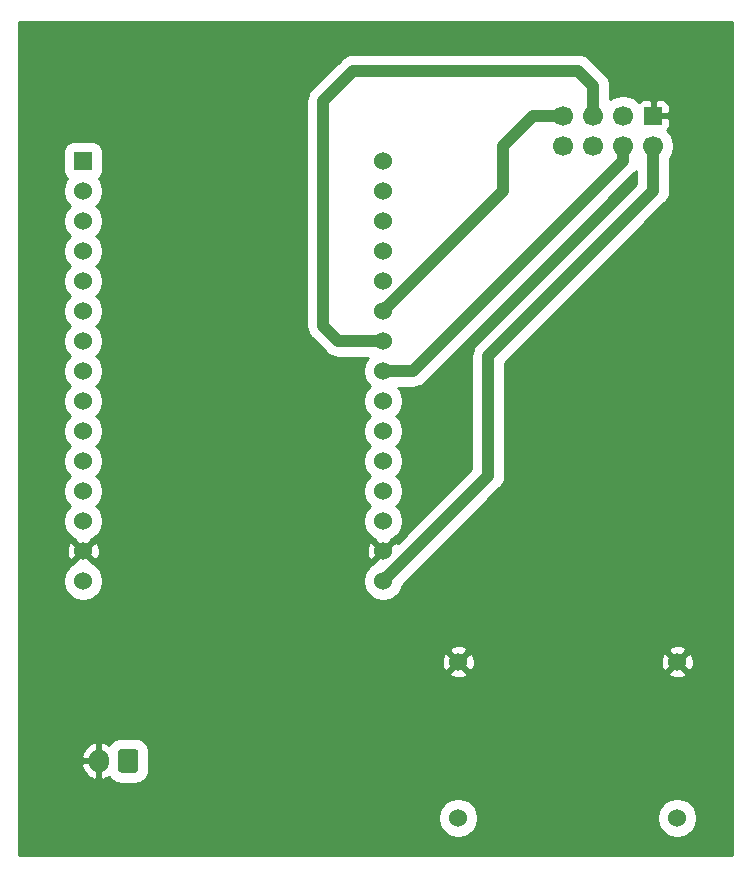
<source format=gbr>
%TF.GenerationSoftware,KiCad,Pcbnew,(5.1.10)-1*%
%TF.CreationDate,2022-04-03T22:30:19-03:00*%
%TF.ProjectId,ESP32_nFR24L01,45535033-325f-46e4-9652-32344c30312e,rev?*%
%TF.SameCoordinates,Original*%
%TF.FileFunction,Copper,L1,Top*%
%TF.FilePolarity,Positive*%
%FSLAX46Y46*%
G04 Gerber Fmt 4.6, Leading zero omitted, Abs format (unit mm)*
G04 Created by KiCad (PCBNEW (5.1.10)-1) date 2022-04-03 22:30:19*
%MOMM*%
%LPD*%
G01*
G04 APERTURE LIST*
%TA.AperFunction,ComponentPad*%
%ADD10O,1.700000X2.000000*%
%TD*%
%TA.AperFunction,ComponentPad*%
%ADD11C,1.524000*%
%TD*%
%TA.AperFunction,ComponentPad*%
%ADD12C,1.700000*%
%TD*%
%TA.AperFunction,ComponentPad*%
%ADD13R,1.524000X1.524000*%
%TD*%
%TA.AperFunction,Conductor*%
%ADD14C,1.000000*%
%TD*%
%TA.AperFunction,Conductor*%
%ADD15C,0.254000*%
%TD*%
%TA.AperFunction,Conductor*%
%ADD16C,0.100000*%
%TD*%
G04 APERTURE END LIST*
D10*
%TO.P,J1,2*%
%TO.N,GND*%
X121960000Y-121920000D03*
%TO.P,J1,1*%
%TO.N,12V*%
%TA.AperFunction,ComponentPad*%
G36*
G01*
X125310000Y-121170000D02*
X125310000Y-122670000D01*
G75*
G02*
X125060000Y-122920000I-250000J0D01*
G01*
X123860000Y-122920000D01*
G75*
G02*
X123610000Y-122670000I0J250000D01*
G01*
X123610000Y-121170000D01*
G75*
G02*
X123860000Y-120920000I250000J0D01*
G01*
X125060000Y-120920000D01*
G75*
G02*
X125310000Y-121170000I0J-250000D01*
G01*
G37*
%TD.AperFunction*%
%TD*%
D11*
%TO.P,U3,1*%
%TO.N,12V*%
X152400000Y-126746000D03*
%TO.P,U3,3*%
%TO.N,5V*%
X170942000Y-126746000D03*
%TO.P,U3,2*%
%TO.N,GND*%
X152400000Y-113538000D03*
%TO.P,U3,4*%
X170942000Y-113538000D03*
%TD*%
D12*
%TO.P,U2,8*%
%TO.N,Net-(U2-Pad8)*%
X161290000Y-69850000D03*
%TO.P,U2,7*%
%TO.N,MISO*%
X161290000Y-67310000D03*
%TO.P,U2,6*%
%TO.N,MOSI*%
X163830000Y-69850000D03*
%TO.P,U2,5*%
%TO.N,SCK*%
X163830000Y-67310000D03*
%TO.P,U2,4*%
%TO.N,CSN*%
X166370000Y-69850000D03*
%TO.P,U2,3*%
%TO.N,CE*%
X166370000Y-67310000D03*
%TO.P,U2,2*%
%TO.N,3v3*%
X168910000Y-69850000D03*
D13*
%TO.P,U2,1*%
%TO.N,GND*%
X168910000Y-67310000D03*
%TD*%
%TO.P,U1,1*%
%TO.N,Net-(U1-Pad1)*%
X120650000Y-71120000D03*
D11*
%TO.P,U1,2*%
%TO.N,Net-(U1-Pad2)*%
X120650000Y-73660000D03*
%TO.P,U1,3*%
%TO.N,Net-(U1-Pad3)*%
X120650000Y-76200000D03*
%TO.P,U1,4*%
%TO.N,Net-(U1-Pad4)*%
X120650000Y-78740000D03*
%TO.P,U1,5*%
%TO.N,Net-(U1-Pad5)*%
X120650000Y-81280000D03*
%TO.P,U1,6*%
%TO.N,Net-(U1-Pad6)*%
X120650000Y-83820000D03*
%TO.P,U1,7*%
%TO.N,Net-(U1-Pad7)*%
X120650000Y-86360000D03*
%TO.P,U1,8*%
%TO.N,Net-(U1-Pad8)*%
X120650000Y-88900000D03*
%TO.P,U1,9*%
%TO.N,Net-(U1-Pad9)*%
X120650000Y-91440000D03*
%TO.P,U1,10*%
%TO.N,Net-(U1-Pad10)*%
X120650000Y-93980000D03*
%TO.P,U1,11*%
%TO.N,Net-(U1-Pad11)*%
X120650000Y-96520000D03*
%TO.P,U1,12*%
%TO.N,Net-(U1-Pad12)*%
X120650000Y-99060000D03*
%TO.P,U1,13*%
%TO.N,Net-(U1-Pad13)*%
X120650000Y-101600000D03*
%TO.P,U1,14*%
%TO.N,GND*%
X120650000Y-104140000D03*
%TO.P,U1,15*%
%TO.N,5V*%
X120650000Y-106680000D03*
%TO.P,U1,16*%
%TO.N,3v3*%
X146050000Y-106680000D03*
%TO.P,U1,17*%
%TO.N,GND*%
X146050000Y-104140000D03*
%TO.P,U1,18*%
%TO.N,Net-(U1-Pad18)*%
X146050000Y-101600000D03*
%TO.P,U1,19*%
%TO.N,Net-(U1-Pad19)*%
X146050000Y-99060000D03*
%TO.P,U1,20*%
%TO.N,CE*%
X146050000Y-96520000D03*
%TO.P,U1,21*%
%TO.N,Net-(U1-Pad21)*%
X146050000Y-93980000D03*
%TO.P,U1,22*%
%TO.N,Net-(U1-Pad22)*%
X146050000Y-91440000D03*
%TO.P,U1,23*%
%TO.N,CSN*%
X146050000Y-88900000D03*
%TO.P,U1,24*%
%TO.N,SCK*%
X146050000Y-86360000D03*
%TO.P,U1,25*%
%TO.N,MISO*%
X146050000Y-83820000D03*
%TO.P,U1,26*%
%TO.N,Net-(U1-Pad26)*%
X146050000Y-81280000D03*
%TO.P,U1,27*%
%TO.N,Net-(U1-Pad27)*%
X146050000Y-78740000D03*
%TO.P,U1,28*%
%TO.N,Net-(U1-Pad28)*%
X146050000Y-76200000D03*
%TO.P,U1,29*%
%TO.N,Net-(U1-Pad29)*%
X146050000Y-73660000D03*
%TO.P,U1,30*%
%TO.N,MOSI*%
X146050000Y-71120000D03*
%TD*%
D14*
%TO.N,CSN*%
X146050000Y-88900000D02*
X148590000Y-88900000D01*
X166370000Y-71120000D02*
X166370000Y-69850000D01*
X148590000Y-88900000D02*
X166370000Y-71120000D01*
%TO.N,3v3*%
X146050000Y-106680000D02*
X154940000Y-97790000D01*
X154940000Y-97790000D02*
X154940000Y-87630000D01*
X168910000Y-73660000D02*
X168910000Y-69850000D01*
X154940000Y-87630000D02*
X168910000Y-73660000D01*
%TO.N,MISO*%
X146050000Y-83820000D02*
X156210000Y-73660000D01*
X156210000Y-73660000D02*
X156210000Y-69850000D01*
X158750000Y-67310000D02*
X161290000Y-67310000D01*
X156210000Y-69850000D02*
X158750000Y-67310000D01*
%TO.N,SCK*%
X146050000Y-86360000D02*
X142240000Y-86360000D01*
X142240000Y-86360000D02*
X140970000Y-85090000D01*
X140970000Y-85090000D02*
X140970000Y-66040000D01*
X140970000Y-66040000D02*
X143510000Y-63500000D01*
X143510000Y-63500000D02*
X162560000Y-63500000D01*
X163830000Y-64770000D02*
X163830000Y-67310000D01*
X162560000Y-63500000D02*
X163830000Y-64770000D01*
%TD*%
D15*
%TO.N,GND*%
X175578001Y-129858000D02*
X115252000Y-129858000D01*
X115252000Y-126579648D01*
X150711000Y-126579648D01*
X150711000Y-126912352D01*
X150775908Y-127238663D01*
X150903228Y-127546041D01*
X151088068Y-127822675D01*
X151323325Y-128057932D01*
X151599959Y-128242772D01*
X151907337Y-128370092D01*
X152233648Y-128435000D01*
X152566352Y-128435000D01*
X152892663Y-128370092D01*
X153200041Y-128242772D01*
X153476675Y-128057932D01*
X153711932Y-127822675D01*
X153896772Y-127546041D01*
X154024092Y-127238663D01*
X154089000Y-126912352D01*
X154089000Y-126579648D01*
X169253000Y-126579648D01*
X169253000Y-126912352D01*
X169317908Y-127238663D01*
X169445228Y-127546041D01*
X169630068Y-127822675D01*
X169865325Y-128057932D01*
X170141959Y-128242772D01*
X170449337Y-128370092D01*
X170775648Y-128435000D01*
X171108352Y-128435000D01*
X171434663Y-128370092D01*
X171742041Y-128242772D01*
X172018675Y-128057932D01*
X172253932Y-127822675D01*
X172438772Y-127546041D01*
X172566092Y-127238663D01*
X172631000Y-126912352D01*
X172631000Y-126579648D01*
X172566092Y-126253337D01*
X172438772Y-125945959D01*
X172253932Y-125669325D01*
X172018675Y-125434068D01*
X171742041Y-125249228D01*
X171434663Y-125121908D01*
X171108352Y-125057000D01*
X170775648Y-125057000D01*
X170449337Y-125121908D01*
X170141959Y-125249228D01*
X169865325Y-125434068D01*
X169630068Y-125669325D01*
X169445228Y-125945959D01*
X169317908Y-126253337D01*
X169253000Y-126579648D01*
X154089000Y-126579648D01*
X154024092Y-126253337D01*
X153896772Y-125945959D01*
X153711932Y-125669325D01*
X153476675Y-125434068D01*
X153200041Y-125249228D01*
X152892663Y-125121908D01*
X152566352Y-125057000D01*
X152233648Y-125057000D01*
X151907337Y-125121908D01*
X151599959Y-125249228D01*
X151323325Y-125434068D01*
X151088068Y-125669325D01*
X150903228Y-125945959D01*
X150775908Y-126253337D01*
X150711000Y-126579648D01*
X115252000Y-126579648D01*
X115252000Y-122279742D01*
X120488715Y-122279742D01*
X120557904Y-122562745D01*
X120680975Y-122826812D01*
X120853198Y-123061795D01*
X121067954Y-123258664D01*
X121316991Y-123409854D01*
X121590739Y-123509554D01*
X121603110Y-123511476D01*
X121833000Y-123390155D01*
X121833000Y-122047000D01*
X120632768Y-122047000D01*
X120488715Y-122279742D01*
X115252000Y-122279742D01*
X115252000Y-121560258D01*
X120488715Y-121560258D01*
X120632768Y-121793000D01*
X121833000Y-121793000D01*
X121833000Y-120449845D01*
X122087000Y-120449845D01*
X122087000Y-121793000D01*
X122107000Y-121793000D01*
X122107000Y-122047000D01*
X122087000Y-122047000D01*
X122087000Y-123390155D01*
X122316890Y-123511476D01*
X122329261Y-123509554D01*
X122603009Y-123409854D01*
X122844028Y-123263532D01*
X122877631Y-123326398D01*
X123024564Y-123505436D01*
X123203602Y-123652369D01*
X123407865Y-123761550D01*
X123629504Y-123828783D01*
X123860000Y-123851485D01*
X125060000Y-123851485D01*
X125290496Y-123828783D01*
X125512135Y-123761550D01*
X125716398Y-123652369D01*
X125895436Y-123505436D01*
X126042369Y-123326398D01*
X126151550Y-123122135D01*
X126218783Y-122900496D01*
X126241485Y-122670000D01*
X126241485Y-121170000D01*
X126218783Y-120939504D01*
X126151550Y-120717865D01*
X126042369Y-120513602D01*
X125895436Y-120334564D01*
X125716398Y-120187631D01*
X125512135Y-120078450D01*
X125290496Y-120011217D01*
X125060000Y-119988515D01*
X123860000Y-119988515D01*
X123629504Y-120011217D01*
X123407865Y-120078450D01*
X123203602Y-120187631D01*
X123024564Y-120334564D01*
X122877631Y-120513602D01*
X122844028Y-120576468D01*
X122603009Y-120430146D01*
X122329261Y-120330446D01*
X122316890Y-120328524D01*
X122087000Y-120449845D01*
X121833000Y-120449845D01*
X121603110Y-120328524D01*
X121590739Y-120330446D01*
X121316991Y-120430146D01*
X121067954Y-120581336D01*
X120853198Y-120778205D01*
X120680975Y-121013188D01*
X120557904Y-121277255D01*
X120488715Y-121560258D01*
X115252000Y-121560258D01*
X115252000Y-114503565D01*
X151614040Y-114503565D01*
X151681020Y-114743656D01*
X151930048Y-114860756D01*
X152197135Y-114927023D01*
X152472017Y-114939910D01*
X152744133Y-114898922D01*
X153003023Y-114805636D01*
X153118980Y-114743656D01*
X153185960Y-114503565D01*
X170156040Y-114503565D01*
X170223020Y-114743656D01*
X170472048Y-114860756D01*
X170739135Y-114927023D01*
X171014017Y-114939910D01*
X171286133Y-114898922D01*
X171545023Y-114805636D01*
X171660980Y-114743656D01*
X171727960Y-114503565D01*
X170942000Y-113717605D01*
X170156040Y-114503565D01*
X153185960Y-114503565D01*
X152400000Y-113717605D01*
X151614040Y-114503565D01*
X115252000Y-114503565D01*
X115252000Y-113610017D01*
X150998090Y-113610017D01*
X151039078Y-113882133D01*
X151132364Y-114141023D01*
X151194344Y-114256980D01*
X151434435Y-114323960D01*
X152220395Y-113538000D01*
X152579605Y-113538000D01*
X153365565Y-114323960D01*
X153605656Y-114256980D01*
X153722756Y-114007952D01*
X153789023Y-113740865D01*
X153795157Y-113610017D01*
X169540090Y-113610017D01*
X169581078Y-113882133D01*
X169674364Y-114141023D01*
X169736344Y-114256980D01*
X169976435Y-114323960D01*
X170762395Y-113538000D01*
X171121605Y-113538000D01*
X171907565Y-114323960D01*
X172147656Y-114256980D01*
X172264756Y-114007952D01*
X172331023Y-113740865D01*
X172343910Y-113465983D01*
X172302922Y-113193867D01*
X172209636Y-112934977D01*
X172147656Y-112819020D01*
X171907565Y-112752040D01*
X171121605Y-113538000D01*
X170762395Y-113538000D01*
X169976435Y-112752040D01*
X169736344Y-112819020D01*
X169619244Y-113068048D01*
X169552977Y-113335135D01*
X169540090Y-113610017D01*
X153795157Y-113610017D01*
X153801910Y-113465983D01*
X153760922Y-113193867D01*
X153667636Y-112934977D01*
X153605656Y-112819020D01*
X153365565Y-112752040D01*
X152579605Y-113538000D01*
X152220395Y-113538000D01*
X151434435Y-112752040D01*
X151194344Y-112819020D01*
X151077244Y-113068048D01*
X151010977Y-113335135D01*
X150998090Y-113610017D01*
X115252000Y-113610017D01*
X115252000Y-112572435D01*
X151614040Y-112572435D01*
X152400000Y-113358395D01*
X153185960Y-112572435D01*
X170156040Y-112572435D01*
X170942000Y-113358395D01*
X171727960Y-112572435D01*
X171660980Y-112332344D01*
X171411952Y-112215244D01*
X171144865Y-112148977D01*
X170869983Y-112136090D01*
X170597867Y-112177078D01*
X170338977Y-112270364D01*
X170223020Y-112332344D01*
X170156040Y-112572435D01*
X153185960Y-112572435D01*
X153118980Y-112332344D01*
X152869952Y-112215244D01*
X152602865Y-112148977D01*
X152327983Y-112136090D01*
X152055867Y-112177078D01*
X151796977Y-112270364D01*
X151681020Y-112332344D01*
X151614040Y-112572435D01*
X115252000Y-112572435D01*
X115252000Y-106513648D01*
X118961000Y-106513648D01*
X118961000Y-106846352D01*
X119025908Y-107172663D01*
X119153228Y-107480041D01*
X119338068Y-107756675D01*
X119573325Y-107991932D01*
X119849959Y-108176772D01*
X120157337Y-108304092D01*
X120483648Y-108369000D01*
X120816352Y-108369000D01*
X121142663Y-108304092D01*
X121450041Y-108176772D01*
X121726675Y-107991932D01*
X121961932Y-107756675D01*
X122146772Y-107480041D01*
X122274092Y-107172663D01*
X122339000Y-106846352D01*
X122339000Y-106513648D01*
X122274092Y-106187337D01*
X122146772Y-105879959D01*
X121961932Y-105603325D01*
X121726675Y-105368068D01*
X121450041Y-105183228D01*
X121417997Y-105169955D01*
X121435960Y-105105565D01*
X120650000Y-104319605D01*
X119864040Y-105105565D01*
X119882003Y-105169955D01*
X119849959Y-105183228D01*
X119573325Y-105368068D01*
X119338068Y-105603325D01*
X119153228Y-105879959D01*
X119025908Y-106187337D01*
X118961000Y-106513648D01*
X115252000Y-106513648D01*
X115252000Y-104212017D01*
X119248090Y-104212017D01*
X119289078Y-104484133D01*
X119382364Y-104743023D01*
X119444344Y-104858980D01*
X119684435Y-104925960D01*
X120470395Y-104140000D01*
X120829605Y-104140000D01*
X121615565Y-104925960D01*
X121855656Y-104858980D01*
X121972756Y-104609952D01*
X122039023Y-104342865D01*
X122045157Y-104212017D01*
X144648090Y-104212017D01*
X144689078Y-104484133D01*
X144782364Y-104743023D01*
X144844344Y-104858980D01*
X145084435Y-104925960D01*
X145870395Y-104140000D01*
X145084435Y-103354040D01*
X144844344Y-103421020D01*
X144727244Y-103670048D01*
X144660977Y-103937135D01*
X144648090Y-104212017D01*
X122045157Y-104212017D01*
X122051910Y-104067983D01*
X122010922Y-103795867D01*
X121917636Y-103536977D01*
X121855656Y-103421020D01*
X121615565Y-103354040D01*
X120829605Y-104140000D01*
X120470395Y-104140000D01*
X119684435Y-103354040D01*
X119444344Y-103421020D01*
X119327244Y-103670048D01*
X119260977Y-103937135D01*
X119248090Y-104212017D01*
X115252000Y-104212017D01*
X115252000Y-70358000D01*
X118956515Y-70358000D01*
X118956515Y-71882000D01*
X118974413Y-72063724D01*
X119027420Y-72238464D01*
X119113499Y-72399505D01*
X119229341Y-72540659D01*
X119317974Y-72613398D01*
X119153228Y-72859959D01*
X119025908Y-73167337D01*
X118961000Y-73493648D01*
X118961000Y-73826352D01*
X119025908Y-74152663D01*
X119153228Y-74460041D01*
X119338068Y-74736675D01*
X119531393Y-74930000D01*
X119338068Y-75123325D01*
X119153228Y-75399959D01*
X119025908Y-75707337D01*
X118961000Y-76033648D01*
X118961000Y-76366352D01*
X119025908Y-76692663D01*
X119153228Y-77000041D01*
X119338068Y-77276675D01*
X119531393Y-77470000D01*
X119338068Y-77663325D01*
X119153228Y-77939959D01*
X119025908Y-78247337D01*
X118961000Y-78573648D01*
X118961000Y-78906352D01*
X119025908Y-79232663D01*
X119153228Y-79540041D01*
X119338068Y-79816675D01*
X119531393Y-80010000D01*
X119338068Y-80203325D01*
X119153228Y-80479959D01*
X119025908Y-80787337D01*
X118961000Y-81113648D01*
X118961000Y-81446352D01*
X119025908Y-81772663D01*
X119153228Y-82080041D01*
X119338068Y-82356675D01*
X119531393Y-82550000D01*
X119338068Y-82743325D01*
X119153228Y-83019959D01*
X119025908Y-83327337D01*
X118961000Y-83653648D01*
X118961000Y-83986352D01*
X119025908Y-84312663D01*
X119153228Y-84620041D01*
X119338068Y-84896675D01*
X119531393Y-85090000D01*
X119338068Y-85283325D01*
X119153228Y-85559959D01*
X119025908Y-85867337D01*
X118961000Y-86193648D01*
X118961000Y-86526352D01*
X119025908Y-86852663D01*
X119153228Y-87160041D01*
X119338068Y-87436675D01*
X119531393Y-87630000D01*
X119338068Y-87823325D01*
X119153228Y-88099959D01*
X119025908Y-88407337D01*
X118961000Y-88733648D01*
X118961000Y-89066352D01*
X119025908Y-89392663D01*
X119153228Y-89700041D01*
X119338068Y-89976675D01*
X119531393Y-90170000D01*
X119338068Y-90363325D01*
X119153228Y-90639959D01*
X119025908Y-90947337D01*
X118961000Y-91273648D01*
X118961000Y-91606352D01*
X119025908Y-91932663D01*
X119153228Y-92240041D01*
X119338068Y-92516675D01*
X119531393Y-92710000D01*
X119338068Y-92903325D01*
X119153228Y-93179959D01*
X119025908Y-93487337D01*
X118961000Y-93813648D01*
X118961000Y-94146352D01*
X119025908Y-94472663D01*
X119153228Y-94780041D01*
X119338068Y-95056675D01*
X119531393Y-95250000D01*
X119338068Y-95443325D01*
X119153228Y-95719959D01*
X119025908Y-96027337D01*
X118961000Y-96353648D01*
X118961000Y-96686352D01*
X119025908Y-97012663D01*
X119153228Y-97320041D01*
X119338068Y-97596675D01*
X119531393Y-97790000D01*
X119338068Y-97983325D01*
X119153228Y-98259959D01*
X119025908Y-98567337D01*
X118961000Y-98893648D01*
X118961000Y-99226352D01*
X119025908Y-99552663D01*
X119153228Y-99860041D01*
X119338068Y-100136675D01*
X119531393Y-100330000D01*
X119338068Y-100523325D01*
X119153228Y-100799959D01*
X119025908Y-101107337D01*
X118961000Y-101433648D01*
X118961000Y-101766352D01*
X119025908Y-102092663D01*
X119153228Y-102400041D01*
X119338068Y-102676675D01*
X119573325Y-102911932D01*
X119849959Y-103096772D01*
X119882003Y-103110045D01*
X119864040Y-103174435D01*
X120650000Y-103960395D01*
X121435960Y-103174435D01*
X121417997Y-103110045D01*
X121450041Y-103096772D01*
X121726675Y-102911932D01*
X121961932Y-102676675D01*
X122146772Y-102400041D01*
X122274092Y-102092663D01*
X122339000Y-101766352D01*
X122339000Y-101433648D01*
X122274092Y-101107337D01*
X122146772Y-100799959D01*
X121961932Y-100523325D01*
X121768607Y-100330000D01*
X121961932Y-100136675D01*
X122146772Y-99860041D01*
X122274092Y-99552663D01*
X122339000Y-99226352D01*
X122339000Y-98893648D01*
X122274092Y-98567337D01*
X122146772Y-98259959D01*
X121961932Y-97983325D01*
X121768607Y-97790000D01*
X121961932Y-97596675D01*
X122146772Y-97320041D01*
X122274092Y-97012663D01*
X122339000Y-96686352D01*
X122339000Y-96353648D01*
X122274092Y-96027337D01*
X122146772Y-95719959D01*
X121961932Y-95443325D01*
X121768607Y-95250000D01*
X121961932Y-95056675D01*
X122146772Y-94780041D01*
X122274092Y-94472663D01*
X122339000Y-94146352D01*
X122339000Y-93813648D01*
X122274092Y-93487337D01*
X122146772Y-93179959D01*
X121961932Y-92903325D01*
X121768607Y-92710000D01*
X121961932Y-92516675D01*
X122146772Y-92240041D01*
X122274092Y-91932663D01*
X122339000Y-91606352D01*
X122339000Y-91273648D01*
X122274092Y-90947337D01*
X122146772Y-90639959D01*
X121961932Y-90363325D01*
X121768607Y-90170000D01*
X121961932Y-89976675D01*
X122146772Y-89700041D01*
X122274092Y-89392663D01*
X122339000Y-89066352D01*
X122339000Y-88733648D01*
X122274092Y-88407337D01*
X122146772Y-88099959D01*
X121961932Y-87823325D01*
X121768607Y-87630000D01*
X121961932Y-87436675D01*
X122146772Y-87160041D01*
X122274092Y-86852663D01*
X122339000Y-86526352D01*
X122339000Y-86193648D01*
X122274092Y-85867337D01*
X122146772Y-85559959D01*
X121961932Y-85283325D01*
X121768607Y-85090000D01*
X121961932Y-84896675D01*
X122146772Y-84620041D01*
X122274092Y-84312663D01*
X122339000Y-83986352D01*
X122339000Y-83653648D01*
X122274092Y-83327337D01*
X122146772Y-83019959D01*
X121961932Y-82743325D01*
X121768607Y-82550000D01*
X121961932Y-82356675D01*
X122146772Y-82080041D01*
X122274092Y-81772663D01*
X122339000Y-81446352D01*
X122339000Y-81113648D01*
X122274092Y-80787337D01*
X122146772Y-80479959D01*
X121961932Y-80203325D01*
X121768607Y-80010000D01*
X121961932Y-79816675D01*
X122146772Y-79540041D01*
X122274092Y-79232663D01*
X122339000Y-78906352D01*
X122339000Y-78573648D01*
X122274092Y-78247337D01*
X122146772Y-77939959D01*
X121961932Y-77663325D01*
X121768607Y-77470000D01*
X121961932Y-77276675D01*
X122146772Y-77000041D01*
X122274092Y-76692663D01*
X122339000Y-76366352D01*
X122339000Y-76033648D01*
X122274092Y-75707337D01*
X122146772Y-75399959D01*
X121961932Y-75123325D01*
X121768607Y-74930000D01*
X121961932Y-74736675D01*
X122146772Y-74460041D01*
X122274092Y-74152663D01*
X122339000Y-73826352D01*
X122339000Y-73493648D01*
X122274092Y-73167337D01*
X122146772Y-72859959D01*
X121982026Y-72613398D01*
X122070659Y-72540659D01*
X122186501Y-72399505D01*
X122272580Y-72238464D01*
X122325587Y-72063724D01*
X122343485Y-71882000D01*
X122343485Y-70358000D01*
X122325587Y-70176276D01*
X122272580Y-70001536D01*
X122186501Y-69840495D01*
X122070659Y-69699341D01*
X121929505Y-69583499D01*
X121768464Y-69497420D01*
X121593724Y-69444413D01*
X121412000Y-69426515D01*
X119888000Y-69426515D01*
X119706276Y-69444413D01*
X119531536Y-69497420D01*
X119370495Y-69583499D01*
X119229341Y-69699341D01*
X119113499Y-69840495D01*
X119027420Y-70001536D01*
X118974413Y-70176276D01*
X118956515Y-70358000D01*
X115252000Y-70358000D01*
X115252000Y-66040000D01*
X139536097Y-66040000D01*
X139543001Y-66110098D01*
X139543000Y-85019912D01*
X139536097Y-85090000D01*
X139543000Y-85160088D01*
X139543000Y-85160097D01*
X139563648Y-85369740D01*
X139645245Y-85638730D01*
X139777752Y-85886633D01*
X139777753Y-85886634D01*
X139911392Y-86049474D01*
X139911395Y-86049477D01*
X139956077Y-86103922D01*
X140010523Y-86148605D01*
X141181390Y-87319472D01*
X141226077Y-87373923D01*
X141443366Y-87552248D01*
X141691269Y-87684755D01*
X141960259Y-87766352D01*
X142169902Y-87787000D01*
X142169911Y-87787000D01*
X142239999Y-87793903D01*
X142310087Y-87787000D01*
X144774393Y-87787000D01*
X144738068Y-87823325D01*
X144553228Y-88099959D01*
X144425908Y-88407337D01*
X144361000Y-88733648D01*
X144361000Y-89066352D01*
X144425908Y-89392663D01*
X144553228Y-89700041D01*
X144738068Y-89976675D01*
X144931393Y-90170000D01*
X144738068Y-90363325D01*
X144553228Y-90639959D01*
X144425908Y-90947337D01*
X144361000Y-91273648D01*
X144361000Y-91606352D01*
X144425908Y-91932663D01*
X144553228Y-92240041D01*
X144738068Y-92516675D01*
X144931393Y-92710000D01*
X144738068Y-92903325D01*
X144553228Y-93179959D01*
X144425908Y-93487337D01*
X144361000Y-93813648D01*
X144361000Y-94146352D01*
X144425908Y-94472663D01*
X144553228Y-94780041D01*
X144738068Y-95056675D01*
X144931393Y-95250000D01*
X144738068Y-95443325D01*
X144553228Y-95719959D01*
X144425908Y-96027337D01*
X144361000Y-96353648D01*
X144361000Y-96686352D01*
X144425908Y-97012663D01*
X144553228Y-97320041D01*
X144738068Y-97596675D01*
X144931393Y-97790000D01*
X144738068Y-97983325D01*
X144553228Y-98259959D01*
X144425908Y-98567337D01*
X144361000Y-98893648D01*
X144361000Y-99226352D01*
X144425908Y-99552663D01*
X144553228Y-99860041D01*
X144738068Y-100136675D01*
X144931393Y-100330000D01*
X144738068Y-100523325D01*
X144553228Y-100799959D01*
X144425908Y-101107337D01*
X144361000Y-101433648D01*
X144361000Y-101766352D01*
X144425908Y-102092663D01*
X144553228Y-102400041D01*
X144738068Y-102676675D01*
X144973325Y-102911932D01*
X145249959Y-103096772D01*
X145282003Y-103110045D01*
X145264040Y-103174435D01*
X146050000Y-103960395D01*
X146835960Y-103174435D01*
X146817997Y-103110045D01*
X146850041Y-103096772D01*
X147126675Y-102911932D01*
X147361932Y-102676675D01*
X147546772Y-102400041D01*
X147674092Y-102092663D01*
X147739000Y-101766352D01*
X147739000Y-101433648D01*
X147674092Y-101107337D01*
X147546772Y-100799959D01*
X147361932Y-100523325D01*
X147168607Y-100330000D01*
X147361932Y-100136675D01*
X147546772Y-99860041D01*
X147674092Y-99552663D01*
X147739000Y-99226352D01*
X147739000Y-98893648D01*
X147674092Y-98567337D01*
X147546772Y-98259959D01*
X147361932Y-97983325D01*
X147168607Y-97790000D01*
X147361932Y-97596675D01*
X147546772Y-97320041D01*
X147674092Y-97012663D01*
X147739000Y-96686352D01*
X147739000Y-96353648D01*
X147674092Y-96027337D01*
X147546772Y-95719959D01*
X147361932Y-95443325D01*
X147168607Y-95250000D01*
X147361932Y-95056675D01*
X147546772Y-94780041D01*
X147674092Y-94472663D01*
X147739000Y-94146352D01*
X147739000Y-93813648D01*
X147674092Y-93487337D01*
X147546772Y-93179959D01*
X147361932Y-92903325D01*
X147168607Y-92710000D01*
X147361932Y-92516675D01*
X147546772Y-92240041D01*
X147674092Y-91932663D01*
X147739000Y-91606352D01*
X147739000Y-91273648D01*
X147674092Y-90947337D01*
X147546772Y-90639959D01*
X147361932Y-90363325D01*
X147325607Y-90327000D01*
X148519912Y-90327000D01*
X148590000Y-90333903D01*
X148660088Y-90327000D01*
X148660098Y-90327000D01*
X148869741Y-90306352D01*
X149138731Y-90224755D01*
X149386634Y-90092248D01*
X149603923Y-89913923D01*
X149648609Y-89859473D01*
X167329483Y-72178600D01*
X167383922Y-72133923D01*
X167428601Y-72079482D01*
X167428608Y-72079475D01*
X167483000Y-72013197D01*
X167483000Y-73068918D01*
X153980523Y-86571395D01*
X153926078Y-86616077D01*
X153881396Y-86670522D01*
X153881392Y-86670526D01*
X153747753Y-86833366D01*
X153615246Y-87081269D01*
X153533649Y-87350259D01*
X153506097Y-87630000D01*
X153513001Y-87700098D01*
X153513000Y-97198917D01*
X147267932Y-103443986D01*
X147255656Y-103421020D01*
X147015565Y-103354040D01*
X146229605Y-104140000D01*
X146243748Y-104154143D01*
X146064143Y-104333748D01*
X146050000Y-104319605D01*
X145264040Y-105105565D01*
X145282003Y-105169955D01*
X145249959Y-105183228D01*
X144973325Y-105368068D01*
X144738068Y-105603325D01*
X144553228Y-105879959D01*
X144425908Y-106187337D01*
X144361000Y-106513648D01*
X144361000Y-106846352D01*
X144425908Y-107172663D01*
X144553228Y-107480041D01*
X144738068Y-107756675D01*
X144973325Y-107991932D01*
X145249959Y-108176772D01*
X145557337Y-108304092D01*
X145883648Y-108369000D01*
X146216352Y-108369000D01*
X146542663Y-108304092D01*
X146850041Y-108176772D01*
X147126675Y-107991932D01*
X147361932Y-107756675D01*
X147546772Y-107480041D01*
X147674092Y-107172663D01*
X147698593Y-107049489D01*
X155899483Y-98848600D01*
X155953922Y-98803923D01*
X155998601Y-98749482D01*
X155998608Y-98749475D01*
X156132248Y-98586634D01*
X156264754Y-98338732D01*
X156264755Y-98338731D01*
X156346352Y-98069741D01*
X156367000Y-97860098D01*
X156367000Y-97860090D01*
X156373903Y-97790000D01*
X156367000Y-97719910D01*
X156367000Y-88221082D01*
X169869477Y-74718605D01*
X169923922Y-74673923D01*
X170102248Y-74456634D01*
X170234755Y-74208731D01*
X170316352Y-73939741D01*
X170337000Y-73730098D01*
X170337000Y-73730089D01*
X170343903Y-73660001D01*
X170337000Y-73589913D01*
X170337000Y-70912859D01*
X170484757Y-70691725D01*
X170618711Y-70368332D01*
X170687000Y-70025019D01*
X170687000Y-69674981D01*
X170618711Y-69331668D01*
X170484757Y-69008275D01*
X170290286Y-68717229D01*
X170108387Y-68535330D01*
X170123185Y-68523185D01*
X170202537Y-68426494D01*
X170261502Y-68316180D01*
X170297812Y-68196482D01*
X170310072Y-68072000D01*
X170307000Y-67595750D01*
X170148250Y-67437000D01*
X169037000Y-67437000D01*
X169037000Y-67457000D01*
X168783000Y-67457000D01*
X168783000Y-67437000D01*
X168763000Y-67437000D01*
X168763000Y-67183000D01*
X168783000Y-67183000D01*
X168783000Y-66071750D01*
X169037000Y-66071750D01*
X169037000Y-67183000D01*
X170148250Y-67183000D01*
X170307000Y-67024250D01*
X170310072Y-66548000D01*
X170297812Y-66423518D01*
X170261502Y-66303820D01*
X170202537Y-66193506D01*
X170123185Y-66096815D01*
X170026494Y-66017463D01*
X169916180Y-65958498D01*
X169796482Y-65922188D01*
X169672000Y-65909928D01*
X169195750Y-65913000D01*
X169037000Y-66071750D01*
X168783000Y-66071750D01*
X168624250Y-65913000D01*
X168148000Y-65909928D01*
X168023518Y-65922188D01*
X167903820Y-65958498D01*
X167793506Y-66017463D01*
X167696815Y-66096815D01*
X167684670Y-66111613D01*
X167502771Y-65929714D01*
X167211725Y-65735243D01*
X166888332Y-65601289D01*
X166545019Y-65533000D01*
X166194981Y-65533000D01*
X165851668Y-65601289D01*
X165528275Y-65735243D01*
X165257000Y-65916503D01*
X165257000Y-64840087D01*
X165263903Y-64769999D01*
X165257000Y-64699911D01*
X165257000Y-64699902D01*
X165236352Y-64490259D01*
X165154755Y-64221269D01*
X165022248Y-63973366D01*
X164843922Y-63756077D01*
X164789477Y-63711395D01*
X163618610Y-62540528D01*
X163573923Y-62486077D01*
X163356634Y-62307752D01*
X163108731Y-62175245D01*
X162839741Y-62093648D01*
X162630098Y-62073000D01*
X162630088Y-62073000D01*
X162560000Y-62066097D01*
X162489912Y-62073000D01*
X143580087Y-62073000D01*
X143509999Y-62066097D01*
X143439911Y-62073000D01*
X143439902Y-62073000D01*
X143230259Y-62093648D01*
X142961269Y-62175245D01*
X142713366Y-62307752D01*
X142496077Y-62486077D01*
X142451390Y-62540528D01*
X140010523Y-64981395D01*
X139956078Y-65026077D01*
X139911396Y-65080522D01*
X139911392Y-65080526D01*
X139777753Y-65243366D01*
X139645246Y-65491269D01*
X139563649Y-65760259D01*
X139536097Y-66040000D01*
X115252000Y-66040000D01*
X115252000Y-59372000D01*
X175578000Y-59372000D01*
X175578001Y-129858000D01*
%TA.AperFunction,Conductor*%
D16*
G36*
X175578001Y-129858000D02*
G01*
X115252000Y-129858000D01*
X115252000Y-126579648D01*
X150711000Y-126579648D01*
X150711000Y-126912352D01*
X150775908Y-127238663D01*
X150903228Y-127546041D01*
X151088068Y-127822675D01*
X151323325Y-128057932D01*
X151599959Y-128242772D01*
X151907337Y-128370092D01*
X152233648Y-128435000D01*
X152566352Y-128435000D01*
X152892663Y-128370092D01*
X153200041Y-128242772D01*
X153476675Y-128057932D01*
X153711932Y-127822675D01*
X153896772Y-127546041D01*
X154024092Y-127238663D01*
X154089000Y-126912352D01*
X154089000Y-126579648D01*
X169253000Y-126579648D01*
X169253000Y-126912352D01*
X169317908Y-127238663D01*
X169445228Y-127546041D01*
X169630068Y-127822675D01*
X169865325Y-128057932D01*
X170141959Y-128242772D01*
X170449337Y-128370092D01*
X170775648Y-128435000D01*
X171108352Y-128435000D01*
X171434663Y-128370092D01*
X171742041Y-128242772D01*
X172018675Y-128057932D01*
X172253932Y-127822675D01*
X172438772Y-127546041D01*
X172566092Y-127238663D01*
X172631000Y-126912352D01*
X172631000Y-126579648D01*
X172566092Y-126253337D01*
X172438772Y-125945959D01*
X172253932Y-125669325D01*
X172018675Y-125434068D01*
X171742041Y-125249228D01*
X171434663Y-125121908D01*
X171108352Y-125057000D01*
X170775648Y-125057000D01*
X170449337Y-125121908D01*
X170141959Y-125249228D01*
X169865325Y-125434068D01*
X169630068Y-125669325D01*
X169445228Y-125945959D01*
X169317908Y-126253337D01*
X169253000Y-126579648D01*
X154089000Y-126579648D01*
X154024092Y-126253337D01*
X153896772Y-125945959D01*
X153711932Y-125669325D01*
X153476675Y-125434068D01*
X153200041Y-125249228D01*
X152892663Y-125121908D01*
X152566352Y-125057000D01*
X152233648Y-125057000D01*
X151907337Y-125121908D01*
X151599959Y-125249228D01*
X151323325Y-125434068D01*
X151088068Y-125669325D01*
X150903228Y-125945959D01*
X150775908Y-126253337D01*
X150711000Y-126579648D01*
X115252000Y-126579648D01*
X115252000Y-122279742D01*
X120488715Y-122279742D01*
X120557904Y-122562745D01*
X120680975Y-122826812D01*
X120853198Y-123061795D01*
X121067954Y-123258664D01*
X121316991Y-123409854D01*
X121590739Y-123509554D01*
X121603110Y-123511476D01*
X121833000Y-123390155D01*
X121833000Y-122047000D01*
X120632768Y-122047000D01*
X120488715Y-122279742D01*
X115252000Y-122279742D01*
X115252000Y-121560258D01*
X120488715Y-121560258D01*
X120632768Y-121793000D01*
X121833000Y-121793000D01*
X121833000Y-120449845D01*
X122087000Y-120449845D01*
X122087000Y-121793000D01*
X122107000Y-121793000D01*
X122107000Y-122047000D01*
X122087000Y-122047000D01*
X122087000Y-123390155D01*
X122316890Y-123511476D01*
X122329261Y-123509554D01*
X122603009Y-123409854D01*
X122844028Y-123263532D01*
X122877631Y-123326398D01*
X123024564Y-123505436D01*
X123203602Y-123652369D01*
X123407865Y-123761550D01*
X123629504Y-123828783D01*
X123860000Y-123851485D01*
X125060000Y-123851485D01*
X125290496Y-123828783D01*
X125512135Y-123761550D01*
X125716398Y-123652369D01*
X125895436Y-123505436D01*
X126042369Y-123326398D01*
X126151550Y-123122135D01*
X126218783Y-122900496D01*
X126241485Y-122670000D01*
X126241485Y-121170000D01*
X126218783Y-120939504D01*
X126151550Y-120717865D01*
X126042369Y-120513602D01*
X125895436Y-120334564D01*
X125716398Y-120187631D01*
X125512135Y-120078450D01*
X125290496Y-120011217D01*
X125060000Y-119988515D01*
X123860000Y-119988515D01*
X123629504Y-120011217D01*
X123407865Y-120078450D01*
X123203602Y-120187631D01*
X123024564Y-120334564D01*
X122877631Y-120513602D01*
X122844028Y-120576468D01*
X122603009Y-120430146D01*
X122329261Y-120330446D01*
X122316890Y-120328524D01*
X122087000Y-120449845D01*
X121833000Y-120449845D01*
X121603110Y-120328524D01*
X121590739Y-120330446D01*
X121316991Y-120430146D01*
X121067954Y-120581336D01*
X120853198Y-120778205D01*
X120680975Y-121013188D01*
X120557904Y-121277255D01*
X120488715Y-121560258D01*
X115252000Y-121560258D01*
X115252000Y-114503565D01*
X151614040Y-114503565D01*
X151681020Y-114743656D01*
X151930048Y-114860756D01*
X152197135Y-114927023D01*
X152472017Y-114939910D01*
X152744133Y-114898922D01*
X153003023Y-114805636D01*
X153118980Y-114743656D01*
X153185960Y-114503565D01*
X170156040Y-114503565D01*
X170223020Y-114743656D01*
X170472048Y-114860756D01*
X170739135Y-114927023D01*
X171014017Y-114939910D01*
X171286133Y-114898922D01*
X171545023Y-114805636D01*
X171660980Y-114743656D01*
X171727960Y-114503565D01*
X170942000Y-113717605D01*
X170156040Y-114503565D01*
X153185960Y-114503565D01*
X152400000Y-113717605D01*
X151614040Y-114503565D01*
X115252000Y-114503565D01*
X115252000Y-113610017D01*
X150998090Y-113610017D01*
X151039078Y-113882133D01*
X151132364Y-114141023D01*
X151194344Y-114256980D01*
X151434435Y-114323960D01*
X152220395Y-113538000D01*
X152579605Y-113538000D01*
X153365565Y-114323960D01*
X153605656Y-114256980D01*
X153722756Y-114007952D01*
X153789023Y-113740865D01*
X153795157Y-113610017D01*
X169540090Y-113610017D01*
X169581078Y-113882133D01*
X169674364Y-114141023D01*
X169736344Y-114256980D01*
X169976435Y-114323960D01*
X170762395Y-113538000D01*
X171121605Y-113538000D01*
X171907565Y-114323960D01*
X172147656Y-114256980D01*
X172264756Y-114007952D01*
X172331023Y-113740865D01*
X172343910Y-113465983D01*
X172302922Y-113193867D01*
X172209636Y-112934977D01*
X172147656Y-112819020D01*
X171907565Y-112752040D01*
X171121605Y-113538000D01*
X170762395Y-113538000D01*
X169976435Y-112752040D01*
X169736344Y-112819020D01*
X169619244Y-113068048D01*
X169552977Y-113335135D01*
X169540090Y-113610017D01*
X153795157Y-113610017D01*
X153801910Y-113465983D01*
X153760922Y-113193867D01*
X153667636Y-112934977D01*
X153605656Y-112819020D01*
X153365565Y-112752040D01*
X152579605Y-113538000D01*
X152220395Y-113538000D01*
X151434435Y-112752040D01*
X151194344Y-112819020D01*
X151077244Y-113068048D01*
X151010977Y-113335135D01*
X150998090Y-113610017D01*
X115252000Y-113610017D01*
X115252000Y-112572435D01*
X151614040Y-112572435D01*
X152400000Y-113358395D01*
X153185960Y-112572435D01*
X170156040Y-112572435D01*
X170942000Y-113358395D01*
X171727960Y-112572435D01*
X171660980Y-112332344D01*
X171411952Y-112215244D01*
X171144865Y-112148977D01*
X170869983Y-112136090D01*
X170597867Y-112177078D01*
X170338977Y-112270364D01*
X170223020Y-112332344D01*
X170156040Y-112572435D01*
X153185960Y-112572435D01*
X153118980Y-112332344D01*
X152869952Y-112215244D01*
X152602865Y-112148977D01*
X152327983Y-112136090D01*
X152055867Y-112177078D01*
X151796977Y-112270364D01*
X151681020Y-112332344D01*
X151614040Y-112572435D01*
X115252000Y-112572435D01*
X115252000Y-106513648D01*
X118961000Y-106513648D01*
X118961000Y-106846352D01*
X119025908Y-107172663D01*
X119153228Y-107480041D01*
X119338068Y-107756675D01*
X119573325Y-107991932D01*
X119849959Y-108176772D01*
X120157337Y-108304092D01*
X120483648Y-108369000D01*
X120816352Y-108369000D01*
X121142663Y-108304092D01*
X121450041Y-108176772D01*
X121726675Y-107991932D01*
X121961932Y-107756675D01*
X122146772Y-107480041D01*
X122274092Y-107172663D01*
X122339000Y-106846352D01*
X122339000Y-106513648D01*
X122274092Y-106187337D01*
X122146772Y-105879959D01*
X121961932Y-105603325D01*
X121726675Y-105368068D01*
X121450041Y-105183228D01*
X121417997Y-105169955D01*
X121435960Y-105105565D01*
X120650000Y-104319605D01*
X119864040Y-105105565D01*
X119882003Y-105169955D01*
X119849959Y-105183228D01*
X119573325Y-105368068D01*
X119338068Y-105603325D01*
X119153228Y-105879959D01*
X119025908Y-106187337D01*
X118961000Y-106513648D01*
X115252000Y-106513648D01*
X115252000Y-104212017D01*
X119248090Y-104212017D01*
X119289078Y-104484133D01*
X119382364Y-104743023D01*
X119444344Y-104858980D01*
X119684435Y-104925960D01*
X120470395Y-104140000D01*
X120829605Y-104140000D01*
X121615565Y-104925960D01*
X121855656Y-104858980D01*
X121972756Y-104609952D01*
X122039023Y-104342865D01*
X122045157Y-104212017D01*
X144648090Y-104212017D01*
X144689078Y-104484133D01*
X144782364Y-104743023D01*
X144844344Y-104858980D01*
X145084435Y-104925960D01*
X145870395Y-104140000D01*
X145084435Y-103354040D01*
X144844344Y-103421020D01*
X144727244Y-103670048D01*
X144660977Y-103937135D01*
X144648090Y-104212017D01*
X122045157Y-104212017D01*
X122051910Y-104067983D01*
X122010922Y-103795867D01*
X121917636Y-103536977D01*
X121855656Y-103421020D01*
X121615565Y-103354040D01*
X120829605Y-104140000D01*
X120470395Y-104140000D01*
X119684435Y-103354040D01*
X119444344Y-103421020D01*
X119327244Y-103670048D01*
X119260977Y-103937135D01*
X119248090Y-104212017D01*
X115252000Y-104212017D01*
X115252000Y-70358000D01*
X118956515Y-70358000D01*
X118956515Y-71882000D01*
X118974413Y-72063724D01*
X119027420Y-72238464D01*
X119113499Y-72399505D01*
X119229341Y-72540659D01*
X119317974Y-72613398D01*
X119153228Y-72859959D01*
X119025908Y-73167337D01*
X118961000Y-73493648D01*
X118961000Y-73826352D01*
X119025908Y-74152663D01*
X119153228Y-74460041D01*
X119338068Y-74736675D01*
X119531393Y-74930000D01*
X119338068Y-75123325D01*
X119153228Y-75399959D01*
X119025908Y-75707337D01*
X118961000Y-76033648D01*
X118961000Y-76366352D01*
X119025908Y-76692663D01*
X119153228Y-77000041D01*
X119338068Y-77276675D01*
X119531393Y-77470000D01*
X119338068Y-77663325D01*
X119153228Y-77939959D01*
X119025908Y-78247337D01*
X118961000Y-78573648D01*
X118961000Y-78906352D01*
X119025908Y-79232663D01*
X119153228Y-79540041D01*
X119338068Y-79816675D01*
X119531393Y-80010000D01*
X119338068Y-80203325D01*
X119153228Y-80479959D01*
X119025908Y-80787337D01*
X118961000Y-81113648D01*
X118961000Y-81446352D01*
X119025908Y-81772663D01*
X119153228Y-82080041D01*
X119338068Y-82356675D01*
X119531393Y-82550000D01*
X119338068Y-82743325D01*
X119153228Y-83019959D01*
X119025908Y-83327337D01*
X118961000Y-83653648D01*
X118961000Y-83986352D01*
X119025908Y-84312663D01*
X119153228Y-84620041D01*
X119338068Y-84896675D01*
X119531393Y-85090000D01*
X119338068Y-85283325D01*
X119153228Y-85559959D01*
X119025908Y-85867337D01*
X118961000Y-86193648D01*
X118961000Y-86526352D01*
X119025908Y-86852663D01*
X119153228Y-87160041D01*
X119338068Y-87436675D01*
X119531393Y-87630000D01*
X119338068Y-87823325D01*
X119153228Y-88099959D01*
X119025908Y-88407337D01*
X118961000Y-88733648D01*
X118961000Y-89066352D01*
X119025908Y-89392663D01*
X119153228Y-89700041D01*
X119338068Y-89976675D01*
X119531393Y-90170000D01*
X119338068Y-90363325D01*
X119153228Y-90639959D01*
X119025908Y-90947337D01*
X118961000Y-91273648D01*
X118961000Y-91606352D01*
X119025908Y-91932663D01*
X119153228Y-92240041D01*
X119338068Y-92516675D01*
X119531393Y-92710000D01*
X119338068Y-92903325D01*
X119153228Y-93179959D01*
X119025908Y-93487337D01*
X118961000Y-93813648D01*
X118961000Y-94146352D01*
X119025908Y-94472663D01*
X119153228Y-94780041D01*
X119338068Y-95056675D01*
X119531393Y-95250000D01*
X119338068Y-95443325D01*
X119153228Y-95719959D01*
X119025908Y-96027337D01*
X118961000Y-96353648D01*
X118961000Y-96686352D01*
X119025908Y-97012663D01*
X119153228Y-97320041D01*
X119338068Y-97596675D01*
X119531393Y-97790000D01*
X119338068Y-97983325D01*
X119153228Y-98259959D01*
X119025908Y-98567337D01*
X118961000Y-98893648D01*
X118961000Y-99226352D01*
X119025908Y-99552663D01*
X119153228Y-99860041D01*
X119338068Y-100136675D01*
X119531393Y-100330000D01*
X119338068Y-100523325D01*
X119153228Y-100799959D01*
X119025908Y-101107337D01*
X118961000Y-101433648D01*
X118961000Y-101766352D01*
X119025908Y-102092663D01*
X119153228Y-102400041D01*
X119338068Y-102676675D01*
X119573325Y-102911932D01*
X119849959Y-103096772D01*
X119882003Y-103110045D01*
X119864040Y-103174435D01*
X120650000Y-103960395D01*
X121435960Y-103174435D01*
X121417997Y-103110045D01*
X121450041Y-103096772D01*
X121726675Y-102911932D01*
X121961932Y-102676675D01*
X122146772Y-102400041D01*
X122274092Y-102092663D01*
X122339000Y-101766352D01*
X122339000Y-101433648D01*
X122274092Y-101107337D01*
X122146772Y-100799959D01*
X121961932Y-100523325D01*
X121768607Y-100330000D01*
X121961932Y-100136675D01*
X122146772Y-99860041D01*
X122274092Y-99552663D01*
X122339000Y-99226352D01*
X122339000Y-98893648D01*
X122274092Y-98567337D01*
X122146772Y-98259959D01*
X121961932Y-97983325D01*
X121768607Y-97790000D01*
X121961932Y-97596675D01*
X122146772Y-97320041D01*
X122274092Y-97012663D01*
X122339000Y-96686352D01*
X122339000Y-96353648D01*
X122274092Y-96027337D01*
X122146772Y-95719959D01*
X121961932Y-95443325D01*
X121768607Y-95250000D01*
X121961932Y-95056675D01*
X122146772Y-94780041D01*
X122274092Y-94472663D01*
X122339000Y-94146352D01*
X122339000Y-93813648D01*
X122274092Y-93487337D01*
X122146772Y-93179959D01*
X121961932Y-92903325D01*
X121768607Y-92710000D01*
X121961932Y-92516675D01*
X122146772Y-92240041D01*
X122274092Y-91932663D01*
X122339000Y-91606352D01*
X122339000Y-91273648D01*
X122274092Y-90947337D01*
X122146772Y-90639959D01*
X121961932Y-90363325D01*
X121768607Y-90170000D01*
X121961932Y-89976675D01*
X122146772Y-89700041D01*
X122274092Y-89392663D01*
X122339000Y-89066352D01*
X122339000Y-88733648D01*
X122274092Y-88407337D01*
X122146772Y-88099959D01*
X121961932Y-87823325D01*
X121768607Y-87630000D01*
X121961932Y-87436675D01*
X122146772Y-87160041D01*
X122274092Y-86852663D01*
X122339000Y-86526352D01*
X122339000Y-86193648D01*
X122274092Y-85867337D01*
X122146772Y-85559959D01*
X121961932Y-85283325D01*
X121768607Y-85090000D01*
X121961932Y-84896675D01*
X122146772Y-84620041D01*
X122274092Y-84312663D01*
X122339000Y-83986352D01*
X122339000Y-83653648D01*
X122274092Y-83327337D01*
X122146772Y-83019959D01*
X121961932Y-82743325D01*
X121768607Y-82550000D01*
X121961932Y-82356675D01*
X122146772Y-82080041D01*
X122274092Y-81772663D01*
X122339000Y-81446352D01*
X122339000Y-81113648D01*
X122274092Y-80787337D01*
X122146772Y-80479959D01*
X121961932Y-80203325D01*
X121768607Y-80010000D01*
X121961932Y-79816675D01*
X122146772Y-79540041D01*
X122274092Y-79232663D01*
X122339000Y-78906352D01*
X122339000Y-78573648D01*
X122274092Y-78247337D01*
X122146772Y-77939959D01*
X121961932Y-77663325D01*
X121768607Y-77470000D01*
X121961932Y-77276675D01*
X122146772Y-77000041D01*
X122274092Y-76692663D01*
X122339000Y-76366352D01*
X122339000Y-76033648D01*
X122274092Y-75707337D01*
X122146772Y-75399959D01*
X121961932Y-75123325D01*
X121768607Y-74930000D01*
X121961932Y-74736675D01*
X122146772Y-74460041D01*
X122274092Y-74152663D01*
X122339000Y-73826352D01*
X122339000Y-73493648D01*
X122274092Y-73167337D01*
X122146772Y-72859959D01*
X121982026Y-72613398D01*
X122070659Y-72540659D01*
X122186501Y-72399505D01*
X122272580Y-72238464D01*
X122325587Y-72063724D01*
X122343485Y-71882000D01*
X122343485Y-70358000D01*
X122325587Y-70176276D01*
X122272580Y-70001536D01*
X122186501Y-69840495D01*
X122070659Y-69699341D01*
X121929505Y-69583499D01*
X121768464Y-69497420D01*
X121593724Y-69444413D01*
X121412000Y-69426515D01*
X119888000Y-69426515D01*
X119706276Y-69444413D01*
X119531536Y-69497420D01*
X119370495Y-69583499D01*
X119229341Y-69699341D01*
X119113499Y-69840495D01*
X119027420Y-70001536D01*
X118974413Y-70176276D01*
X118956515Y-70358000D01*
X115252000Y-70358000D01*
X115252000Y-66040000D01*
X139536097Y-66040000D01*
X139543001Y-66110098D01*
X139543000Y-85019912D01*
X139536097Y-85090000D01*
X139543000Y-85160088D01*
X139543000Y-85160097D01*
X139563648Y-85369740D01*
X139645245Y-85638730D01*
X139777752Y-85886633D01*
X139777753Y-85886634D01*
X139911392Y-86049474D01*
X139911395Y-86049477D01*
X139956077Y-86103922D01*
X140010523Y-86148605D01*
X141181390Y-87319472D01*
X141226077Y-87373923D01*
X141443366Y-87552248D01*
X141691269Y-87684755D01*
X141960259Y-87766352D01*
X142169902Y-87787000D01*
X142169911Y-87787000D01*
X142239999Y-87793903D01*
X142310087Y-87787000D01*
X144774393Y-87787000D01*
X144738068Y-87823325D01*
X144553228Y-88099959D01*
X144425908Y-88407337D01*
X144361000Y-88733648D01*
X144361000Y-89066352D01*
X144425908Y-89392663D01*
X144553228Y-89700041D01*
X144738068Y-89976675D01*
X144931393Y-90170000D01*
X144738068Y-90363325D01*
X144553228Y-90639959D01*
X144425908Y-90947337D01*
X144361000Y-91273648D01*
X144361000Y-91606352D01*
X144425908Y-91932663D01*
X144553228Y-92240041D01*
X144738068Y-92516675D01*
X144931393Y-92710000D01*
X144738068Y-92903325D01*
X144553228Y-93179959D01*
X144425908Y-93487337D01*
X144361000Y-93813648D01*
X144361000Y-94146352D01*
X144425908Y-94472663D01*
X144553228Y-94780041D01*
X144738068Y-95056675D01*
X144931393Y-95250000D01*
X144738068Y-95443325D01*
X144553228Y-95719959D01*
X144425908Y-96027337D01*
X144361000Y-96353648D01*
X144361000Y-96686352D01*
X144425908Y-97012663D01*
X144553228Y-97320041D01*
X144738068Y-97596675D01*
X144931393Y-97790000D01*
X144738068Y-97983325D01*
X144553228Y-98259959D01*
X144425908Y-98567337D01*
X144361000Y-98893648D01*
X144361000Y-99226352D01*
X144425908Y-99552663D01*
X144553228Y-99860041D01*
X144738068Y-100136675D01*
X144931393Y-100330000D01*
X144738068Y-100523325D01*
X144553228Y-100799959D01*
X144425908Y-101107337D01*
X144361000Y-101433648D01*
X144361000Y-101766352D01*
X144425908Y-102092663D01*
X144553228Y-102400041D01*
X144738068Y-102676675D01*
X144973325Y-102911932D01*
X145249959Y-103096772D01*
X145282003Y-103110045D01*
X145264040Y-103174435D01*
X146050000Y-103960395D01*
X146835960Y-103174435D01*
X146817997Y-103110045D01*
X146850041Y-103096772D01*
X147126675Y-102911932D01*
X147361932Y-102676675D01*
X147546772Y-102400041D01*
X147674092Y-102092663D01*
X147739000Y-101766352D01*
X147739000Y-101433648D01*
X147674092Y-101107337D01*
X147546772Y-100799959D01*
X147361932Y-100523325D01*
X147168607Y-100330000D01*
X147361932Y-100136675D01*
X147546772Y-99860041D01*
X147674092Y-99552663D01*
X147739000Y-99226352D01*
X147739000Y-98893648D01*
X147674092Y-98567337D01*
X147546772Y-98259959D01*
X147361932Y-97983325D01*
X147168607Y-97790000D01*
X147361932Y-97596675D01*
X147546772Y-97320041D01*
X147674092Y-97012663D01*
X147739000Y-96686352D01*
X147739000Y-96353648D01*
X147674092Y-96027337D01*
X147546772Y-95719959D01*
X147361932Y-95443325D01*
X147168607Y-95250000D01*
X147361932Y-95056675D01*
X147546772Y-94780041D01*
X147674092Y-94472663D01*
X147739000Y-94146352D01*
X147739000Y-93813648D01*
X147674092Y-93487337D01*
X147546772Y-93179959D01*
X147361932Y-92903325D01*
X147168607Y-92710000D01*
X147361932Y-92516675D01*
X147546772Y-92240041D01*
X147674092Y-91932663D01*
X147739000Y-91606352D01*
X147739000Y-91273648D01*
X147674092Y-90947337D01*
X147546772Y-90639959D01*
X147361932Y-90363325D01*
X147325607Y-90327000D01*
X148519912Y-90327000D01*
X148590000Y-90333903D01*
X148660088Y-90327000D01*
X148660098Y-90327000D01*
X148869741Y-90306352D01*
X149138731Y-90224755D01*
X149386634Y-90092248D01*
X149603923Y-89913923D01*
X149648609Y-89859473D01*
X167329483Y-72178600D01*
X167383922Y-72133923D01*
X167428601Y-72079482D01*
X167428608Y-72079475D01*
X167483000Y-72013197D01*
X167483000Y-73068918D01*
X153980523Y-86571395D01*
X153926078Y-86616077D01*
X153881396Y-86670522D01*
X153881392Y-86670526D01*
X153747753Y-86833366D01*
X153615246Y-87081269D01*
X153533649Y-87350259D01*
X153506097Y-87630000D01*
X153513001Y-87700098D01*
X153513000Y-97198917D01*
X147267932Y-103443986D01*
X147255656Y-103421020D01*
X147015565Y-103354040D01*
X146229605Y-104140000D01*
X146243748Y-104154143D01*
X146064143Y-104333748D01*
X146050000Y-104319605D01*
X145264040Y-105105565D01*
X145282003Y-105169955D01*
X145249959Y-105183228D01*
X144973325Y-105368068D01*
X144738068Y-105603325D01*
X144553228Y-105879959D01*
X144425908Y-106187337D01*
X144361000Y-106513648D01*
X144361000Y-106846352D01*
X144425908Y-107172663D01*
X144553228Y-107480041D01*
X144738068Y-107756675D01*
X144973325Y-107991932D01*
X145249959Y-108176772D01*
X145557337Y-108304092D01*
X145883648Y-108369000D01*
X146216352Y-108369000D01*
X146542663Y-108304092D01*
X146850041Y-108176772D01*
X147126675Y-107991932D01*
X147361932Y-107756675D01*
X147546772Y-107480041D01*
X147674092Y-107172663D01*
X147698593Y-107049489D01*
X155899483Y-98848600D01*
X155953922Y-98803923D01*
X155998601Y-98749482D01*
X155998608Y-98749475D01*
X156132248Y-98586634D01*
X156264754Y-98338732D01*
X156264755Y-98338731D01*
X156346352Y-98069741D01*
X156367000Y-97860098D01*
X156367000Y-97860090D01*
X156373903Y-97790000D01*
X156367000Y-97719910D01*
X156367000Y-88221082D01*
X169869477Y-74718605D01*
X169923922Y-74673923D01*
X170102248Y-74456634D01*
X170234755Y-74208731D01*
X170316352Y-73939741D01*
X170337000Y-73730098D01*
X170337000Y-73730089D01*
X170343903Y-73660001D01*
X170337000Y-73589913D01*
X170337000Y-70912859D01*
X170484757Y-70691725D01*
X170618711Y-70368332D01*
X170687000Y-70025019D01*
X170687000Y-69674981D01*
X170618711Y-69331668D01*
X170484757Y-69008275D01*
X170290286Y-68717229D01*
X170108387Y-68535330D01*
X170123185Y-68523185D01*
X170202537Y-68426494D01*
X170261502Y-68316180D01*
X170297812Y-68196482D01*
X170310072Y-68072000D01*
X170307000Y-67595750D01*
X170148250Y-67437000D01*
X169037000Y-67437000D01*
X169037000Y-67457000D01*
X168783000Y-67457000D01*
X168783000Y-67437000D01*
X168763000Y-67437000D01*
X168763000Y-67183000D01*
X168783000Y-67183000D01*
X168783000Y-66071750D01*
X169037000Y-66071750D01*
X169037000Y-67183000D01*
X170148250Y-67183000D01*
X170307000Y-67024250D01*
X170310072Y-66548000D01*
X170297812Y-66423518D01*
X170261502Y-66303820D01*
X170202537Y-66193506D01*
X170123185Y-66096815D01*
X170026494Y-66017463D01*
X169916180Y-65958498D01*
X169796482Y-65922188D01*
X169672000Y-65909928D01*
X169195750Y-65913000D01*
X169037000Y-66071750D01*
X168783000Y-66071750D01*
X168624250Y-65913000D01*
X168148000Y-65909928D01*
X168023518Y-65922188D01*
X167903820Y-65958498D01*
X167793506Y-66017463D01*
X167696815Y-66096815D01*
X167684670Y-66111613D01*
X167502771Y-65929714D01*
X167211725Y-65735243D01*
X166888332Y-65601289D01*
X166545019Y-65533000D01*
X166194981Y-65533000D01*
X165851668Y-65601289D01*
X165528275Y-65735243D01*
X165257000Y-65916503D01*
X165257000Y-64840087D01*
X165263903Y-64769999D01*
X165257000Y-64699911D01*
X165257000Y-64699902D01*
X165236352Y-64490259D01*
X165154755Y-64221269D01*
X165022248Y-63973366D01*
X164843922Y-63756077D01*
X164789477Y-63711395D01*
X163618610Y-62540528D01*
X163573923Y-62486077D01*
X163356634Y-62307752D01*
X163108731Y-62175245D01*
X162839741Y-62093648D01*
X162630098Y-62073000D01*
X162630088Y-62073000D01*
X162560000Y-62066097D01*
X162489912Y-62073000D01*
X143580087Y-62073000D01*
X143509999Y-62066097D01*
X143439911Y-62073000D01*
X143439902Y-62073000D01*
X143230259Y-62093648D01*
X142961269Y-62175245D01*
X142713366Y-62307752D01*
X142496077Y-62486077D01*
X142451390Y-62540528D01*
X140010523Y-64981395D01*
X139956078Y-65026077D01*
X139911396Y-65080522D01*
X139911392Y-65080526D01*
X139777753Y-65243366D01*
X139645246Y-65491269D01*
X139563649Y-65760259D01*
X139536097Y-66040000D01*
X115252000Y-66040000D01*
X115252000Y-59372000D01*
X175578000Y-59372000D01*
X175578001Y-129858000D01*
G37*
%TD.AperFunction*%
%TD*%
M02*

</source>
